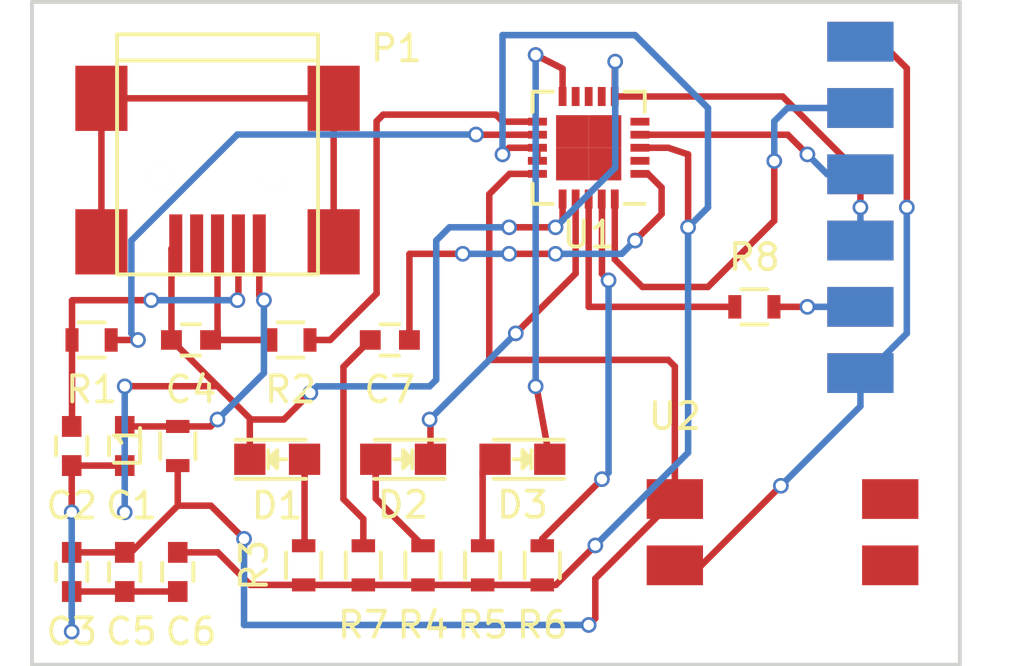
<source format=kicad_pcb>
(kicad_pcb (version 4) (host pcbnew 4.0.0-rc1-stable)

  (general
    (links 48)
    (no_connects 0)
    (area 122.705 73.72757 162.381858 101.675001)
    (thickness 1.6)
    (drawings 4)
    (tracks 209)
    (zones 0)
    (modules 23)
    (nets 34)
  )

  (page A4)
  (layers
    (0 F.Cu signal)
    (31 B.Cu signal)
    (32 B.Adhes user)
    (33 F.Adhes user)
    (34 B.Paste user)
    (35 F.Paste user)
    (36 B.SilkS user)
    (37 F.SilkS user)
    (38 B.Mask user)
    (39 F.Mask user)
    (40 Dwgs.User user)
    (41 Cmts.User user)
    (42 Eco1.User user)
    (43 Eco2.User user)
    (44 Edge.Cuts user)
    (45 Margin user)
    (46 B.CrtYd user)
    (47 F.CrtYd user)
    (48 B.Fab user)
    (49 F.Fab user)
  )

  (setup
    (last_trace_width 0.25)
    (trace_clearance 0.2)
    (zone_clearance 0.508)
    (zone_45_only no)
    (trace_min 0.2)
    (segment_width 0.2)
    (edge_width 0.15)
    (via_size 0.6)
    (via_drill 0.4)
    (via_min_size 0.4)
    (via_min_drill 0.3)
    (uvia_size 0.3)
    (uvia_drill 0.1)
    (uvias_allowed no)
    (uvia_min_size 0.2)
    (uvia_min_drill 0.1)
    (pcb_text_width 0.3)
    (pcb_text_size 1.5 1.5)
    (mod_edge_width 0.15)
    (mod_text_size 1 1)
    (mod_text_width 0.15)
    (pad_size 1.524 1.524)
    (pad_drill 0.762)
    (pad_to_mask_clearance 0.2)
    (aux_axis_origin 0 0)
    (grid_origin 166.37 90.932)
    (visible_elements 7FFEFF7F)
    (pcbplotparams
      (layerselection 0x00030_80000001)
      (usegerberextensions false)
      (excludeedgelayer true)
      (linewidth 0.100000)
      (plotframeref false)
      (viasonmask false)
      (mode 1)
      (useauxorigin false)
      (hpglpennumber 1)
      (hpglpenspeed 20)
      (hpglpendiameter 15)
      (hpglpenoverlay 2)
      (psnegative false)
      (psa4output false)
      (plotreference true)
      (plotvalue true)
      (plotinvisibletext false)
      (padsonsilk false)
      (subtractmaskfromsilk false)
      (outputformat 1)
      (mirror false)
      (drillshape 1)
      (scaleselection 1)
      (outputdirectory ""))
  )

  (net 0 "")
  (net 1 "Net-(C1-Pad1)")
  (net 2 GND)
  (net 3 "Net-(C2-Pad1)")
  (net 4 +5V)
  (net 5 "Net-(C4-Pad1)")
  (net 6 +3V3)
  (net 7 "Net-(C7-Pad1)")
  (net 8 /PROGRAM)
  (net 9 "Net-(D1-Pad2)")
  (net 10 "Net-(D2-Pad2)")
  (net 11 /~RXLED)
  (net 12 "Net-(D3-Pad2)")
  (net 13 /~TXLED)
  (net 14 /POWER_OUT)
  (net 15 "Net-(J1-Pad3)")
  (net 16 "Net-(J1-Pad7)")
  (net 17 "Net-(J1-Pad9)")
  (net 18 "Net-(J1-Pad11)")
  (net 19 "Net-(J1-Pad2)")
  (net 20 /TX)
  (net 21 /RX)
  (net 22 "Net-(J1-Pad10)")
  (net 23 "Net-(P1-Pad4)")
  (net 24 "Net-(P1-Pad6)")
  (net 25 "Net-(R1-Pad1)")
  (net 26 "Net-(R2-Pad1)")
  (net 27 /~SLEEP)
  (net 28 /TXDEN)
  (net 29 "Net-(U1-Pad2)")
  (net 30 "Net-(U1-Pad5)")
  (net 31 "Net-(U1-Pad7)")
  (net 32 "Net-(U1-Pad8)")
  (net 33 "Net-(U1-Pad9)")

  (net_class Default "This is the default net class."
    (clearance 0.2)
    (trace_width 0.25)
    (via_dia 0.6)
    (via_drill 0.4)
    (uvia_dia 0.3)
    (uvia_drill 0.1)
    (add_net +3V3)
    (add_net +5V)
    (add_net /POWER_OUT)
    (add_net /PROGRAM)
    (add_net /RX)
    (add_net /TX)
    (add_net /TXDEN)
    (add_net /~RXLED)
    (add_net /~SLEEP)
    (add_net /~TXLED)
    (add_net GND)
    (add_net "Net-(C1-Pad1)")
    (add_net "Net-(C2-Pad1)")
    (add_net "Net-(C4-Pad1)")
    (add_net "Net-(C7-Pad1)")
    (add_net "Net-(D1-Pad2)")
    (add_net "Net-(D2-Pad2)")
    (add_net "Net-(D3-Pad2)")
    (add_net "Net-(J1-Pad10)")
    (add_net "Net-(J1-Pad11)")
    (add_net "Net-(J1-Pad2)")
    (add_net "Net-(J1-Pad3)")
    (add_net "Net-(J1-Pad7)")
    (add_net "Net-(J1-Pad9)")
    (add_net "Net-(P1-Pad4)")
    (add_net "Net-(P1-Pad6)")
    (add_net "Net-(R1-Pad1)")
    (add_net "Net-(R2-Pad1)")
    (add_net "Net-(U1-Pad2)")
    (add_net "Net-(U1-Pad5)")
    (add_net "Net-(U1-Pad7)")
    (add_net "Net-(U1-Pad8)")
    (add_net "Net-(U1-Pad9)")
  )

  (module Capacitors_SMD:C_0603 (layer F.Cu) (tedit 5415D631) (tstamp 562BE4B7)
    (at 127.762 93.218 270)
    (descr "Capacitor SMD 0603, reflow soldering, AVX (see smccp.pdf)")
    (tags "capacitor 0603")
    (path /5622A96F)
    (attr smd)
    (fp_text reference C1 (at 2.286 -0.254 360) (layer F.SilkS)
      (effects (font (size 1 1) (thickness 0.15)))
    )
    (fp_text value 10nF (at 0 1.9 270) (layer F.Fab)
      (effects (font (size 1 1) (thickness 0.15)))
    )
    (fp_line (start -1.45 -0.75) (end 1.45 -0.75) (layer F.CrtYd) (width 0.05))
    (fp_line (start -1.45 0.75) (end 1.45 0.75) (layer F.CrtYd) (width 0.05))
    (fp_line (start -1.45 -0.75) (end -1.45 0.75) (layer F.CrtYd) (width 0.05))
    (fp_line (start 1.45 -0.75) (end 1.45 0.75) (layer F.CrtYd) (width 0.05))
    (fp_line (start -0.35 -0.6) (end 0.35 -0.6) (layer F.SilkS) (width 0.15))
    (fp_line (start 0.35 0.6) (end -0.35 0.6) (layer F.SilkS) (width 0.15))
    (pad 1 smd rect (at -0.75 0 270) (size 0.8 0.75) (layers F.Cu F.Paste F.Mask)
      (net 1 "Net-(C1-Pad1)"))
    (pad 2 smd rect (at 0.75 0 270) (size 0.8 0.75) (layers F.Cu F.Paste F.Mask)
      (net 2 GND))
    (model Capacitors_SMD.3dshapes/C_0603.wrl
      (at (xyz 0 0 0))
      (scale (xyz 1 1 1))
      (rotate (xyz 0 0 0))
    )
  )

  (module Capacitors_SMD:C_0603 (layer F.Cu) (tedit 5415D631) (tstamp 562BE4C3)
    (at 125.73 93.218 270)
    (descr "Capacitor SMD 0603, reflow soldering, AVX (see smccp.pdf)")
    (tags "capacitor 0603")
    (path /5622A900)
    (attr smd)
    (fp_text reference C2 (at 2.286 0 360) (layer F.SilkS)
      (effects (font (size 1 1) (thickness 0.15)))
    )
    (fp_text value 47pF (at 0 1.9 270) (layer F.Fab)
      (effects (font (size 1 1) (thickness 0.15)))
    )
    (fp_line (start -1.45 -0.75) (end 1.45 -0.75) (layer F.CrtYd) (width 0.05))
    (fp_line (start -1.45 0.75) (end 1.45 0.75) (layer F.CrtYd) (width 0.05))
    (fp_line (start -1.45 -0.75) (end -1.45 0.75) (layer F.CrtYd) (width 0.05))
    (fp_line (start 1.45 -0.75) (end 1.45 0.75) (layer F.CrtYd) (width 0.05))
    (fp_line (start -0.35 -0.6) (end 0.35 -0.6) (layer F.SilkS) (width 0.15))
    (fp_line (start 0.35 0.6) (end -0.35 0.6) (layer F.SilkS) (width 0.15))
    (pad 1 smd rect (at -0.75 0 270) (size 0.8 0.75) (layers F.Cu F.Paste F.Mask)
      (net 3 "Net-(C2-Pad1)"))
    (pad 2 smd rect (at 0.75 0 270) (size 0.8 0.75) (layers F.Cu F.Paste F.Mask)
      (net 2 GND))
    (model Capacitors_SMD.3dshapes/C_0603.wrl
      (at (xyz 0 0 0))
      (scale (xyz 1 1 1))
      (rotate (xyz 0 0 0))
    )
  )

  (module Capacitors_SMD:C_0603 (layer F.Cu) (tedit 5415D631) (tstamp 562BE4CF)
    (at 125.73 98.044 270)
    (descr "Capacitor SMD 0603, reflow soldering, AVX (see smccp.pdf)")
    (tags "capacitor 0603")
    (path /5622A9AE)
    (attr smd)
    (fp_text reference C3 (at 2.286 0 360) (layer F.SilkS)
      (effects (font (size 1 1) (thickness 0.15)))
    )
    (fp_text value 4.7uF (at 0 1.9 270) (layer F.Fab)
      (effects (font (size 1 1) (thickness 0.15)))
    )
    (fp_line (start -1.45 -0.75) (end 1.45 -0.75) (layer F.CrtYd) (width 0.05))
    (fp_line (start -1.45 0.75) (end 1.45 0.75) (layer F.CrtYd) (width 0.05))
    (fp_line (start -1.45 -0.75) (end -1.45 0.75) (layer F.CrtYd) (width 0.05))
    (fp_line (start 1.45 -0.75) (end 1.45 0.75) (layer F.CrtYd) (width 0.05))
    (fp_line (start -0.35 -0.6) (end 0.35 -0.6) (layer F.SilkS) (width 0.15))
    (fp_line (start 0.35 0.6) (end -0.35 0.6) (layer F.SilkS) (width 0.15))
    (pad 1 smd rect (at -0.75 0 270) (size 0.8 0.75) (layers F.Cu F.Paste F.Mask)
      (net 4 +5V))
    (pad 2 smd rect (at 0.75 0 270) (size 0.8 0.75) (layers F.Cu F.Paste F.Mask)
      (net 2 GND))
    (model Capacitors_SMD.3dshapes/C_0603.wrl
      (at (xyz 0 0 0))
      (scale (xyz 1 1 1))
      (rotate (xyz 0 0 0))
    )
  )

  (module Capacitors_SMD:C_0603 (layer F.Cu) (tedit 5415D631) (tstamp 562BE4DB)
    (at 130.302 89.154 180)
    (descr "Capacitor SMD 0603, reflow soldering, AVX (see smccp.pdf)")
    (tags "capacitor 0603")
    (path /5622A8B7)
    (attr smd)
    (fp_text reference C4 (at 0 -1.9 180) (layer F.SilkS)
      (effects (font (size 1 1) (thickness 0.15)))
    )
    (fp_text value 47pF (at 0 1.9 180) (layer F.Fab)
      (effects (font (size 1 1) (thickness 0.15)))
    )
    (fp_line (start -1.45 -0.75) (end 1.45 -0.75) (layer F.CrtYd) (width 0.05))
    (fp_line (start -1.45 0.75) (end 1.45 0.75) (layer F.CrtYd) (width 0.05))
    (fp_line (start -1.45 -0.75) (end -1.45 0.75) (layer F.CrtYd) (width 0.05))
    (fp_line (start 1.45 -0.75) (end 1.45 0.75) (layer F.CrtYd) (width 0.05))
    (fp_line (start -0.35 -0.6) (end 0.35 -0.6) (layer F.SilkS) (width 0.15))
    (fp_line (start 0.35 0.6) (end -0.35 0.6) (layer F.SilkS) (width 0.15))
    (pad 1 smd rect (at -0.75 0 180) (size 0.8 0.75) (layers F.Cu F.Paste F.Mask)
      (net 5 "Net-(C4-Pad1)"))
    (pad 2 smd rect (at 0.75 0 180) (size 0.8 0.75) (layers F.Cu F.Paste F.Mask)
      (net 2 GND))
    (model Capacitors_SMD.3dshapes/C_0603.wrl
      (at (xyz 0 0 0))
      (scale (xyz 1 1 1))
      (rotate (xyz 0 0 0))
    )
  )

  (module Capacitors_SMD:C_0603 (layer F.Cu) (tedit 5415D631) (tstamp 562BE4E7)
    (at 127.762 98.044 270)
    (descr "Capacitor SMD 0603, reflow soldering, AVX (see smccp.pdf)")
    (tags "capacitor 0603")
    (path /5622A923)
    (attr smd)
    (fp_text reference C5 (at 2.286 -0.254 360) (layer F.SilkS)
      (effects (font (size 1 1) (thickness 0.15)))
    )
    (fp_text value 0.1uF (at 0 1.9 270) (layer F.Fab)
      (effects (font (size 1 1) (thickness 0.15)))
    )
    (fp_line (start -1.45 -0.75) (end 1.45 -0.75) (layer F.CrtYd) (width 0.05))
    (fp_line (start -1.45 0.75) (end 1.45 0.75) (layer F.CrtYd) (width 0.05))
    (fp_line (start -1.45 -0.75) (end -1.45 0.75) (layer F.CrtYd) (width 0.05))
    (fp_line (start 1.45 -0.75) (end 1.45 0.75) (layer F.CrtYd) (width 0.05))
    (fp_line (start -0.35 -0.6) (end 0.35 -0.6) (layer F.SilkS) (width 0.15))
    (fp_line (start 0.35 0.6) (end -0.35 0.6) (layer F.SilkS) (width 0.15))
    (pad 1 smd rect (at -0.75 0 270) (size 0.8 0.75) (layers F.Cu F.Paste F.Mask)
      (net 4 +5V))
    (pad 2 smd rect (at 0.75 0 270) (size 0.8 0.75) (layers F.Cu F.Paste F.Mask)
      (net 2 GND))
    (model Capacitors_SMD.3dshapes/C_0603.wrl
      (at (xyz 0 0 0))
      (scale (xyz 1 1 1))
      (rotate (xyz 0 0 0))
    )
  )

  (module Capacitors_SMD:C_0603 (layer F.Cu) (tedit 5415D631) (tstamp 562BE4F3)
    (at 129.794 98.044 270)
    (descr "Capacitor SMD 0603, reflow soldering, AVX (see smccp.pdf)")
    (tags "capacitor 0603")
    (path /5622A948)
    (attr smd)
    (fp_text reference C6 (at 2.286 -0.508 360) (layer F.SilkS)
      (effects (font (size 1 1) (thickness 0.15)))
    )
    (fp_text value 0.1uF (at 0 1.9 270) (layer F.Fab)
      (effects (font (size 1 1) (thickness 0.15)))
    )
    (fp_line (start -1.45 -0.75) (end 1.45 -0.75) (layer F.CrtYd) (width 0.05))
    (fp_line (start -1.45 0.75) (end 1.45 0.75) (layer F.CrtYd) (width 0.05))
    (fp_line (start -1.45 -0.75) (end -1.45 0.75) (layer F.CrtYd) (width 0.05))
    (fp_line (start 1.45 -0.75) (end 1.45 0.75) (layer F.CrtYd) (width 0.05))
    (fp_line (start -0.35 -0.6) (end 0.35 -0.6) (layer F.SilkS) (width 0.15))
    (fp_line (start 0.35 0.6) (end -0.35 0.6) (layer F.SilkS) (width 0.15))
    (pad 1 smd rect (at -0.75 0 270) (size 0.8 0.75) (layers F.Cu F.Paste F.Mask)
      (net 6 +3V3))
    (pad 2 smd rect (at 0.75 0 270) (size 0.8 0.75) (layers F.Cu F.Paste F.Mask)
      (net 2 GND))
    (model Capacitors_SMD.3dshapes/C_0603.wrl
      (at (xyz 0 0 0))
      (scale (xyz 1 1 1))
      (rotate (xyz 0 0 0))
    )
  )

  (module Capacitors_SMD:C_0603 (layer F.Cu) (tedit 5415D631) (tstamp 562BE4FF)
    (at 137.922 89.154 180)
    (descr "Capacitor SMD 0603, reflow soldering, AVX (see smccp.pdf)")
    (tags "capacitor 0603")
    (path /5622A9EB)
    (attr smd)
    (fp_text reference C7 (at 0 -1.9 180) (layer F.SilkS)
      (effects (font (size 1 1) (thickness 0.15)))
    )
    (fp_text value 0.1uF (at 0 1.9 180) (layer F.Fab)
      (effects (font (size 1 1) (thickness 0.15)))
    )
    (fp_line (start -1.45 -0.75) (end 1.45 -0.75) (layer F.CrtYd) (width 0.05))
    (fp_line (start -1.45 0.75) (end 1.45 0.75) (layer F.CrtYd) (width 0.05))
    (fp_line (start -1.45 -0.75) (end -1.45 0.75) (layer F.CrtYd) (width 0.05))
    (fp_line (start 1.45 -0.75) (end 1.45 0.75) (layer F.CrtYd) (width 0.05))
    (fp_line (start -0.35 -0.6) (end 0.35 -0.6) (layer F.SilkS) (width 0.15))
    (fp_line (start 0.35 0.6) (end -0.35 0.6) (layer F.SilkS) (width 0.15))
    (pad 1 smd rect (at -0.75 0 180) (size 0.8 0.75) (layers F.Cu F.Paste F.Mask)
      (net 7 "Net-(C7-Pad1)"))
    (pad 2 smd rect (at 0.75 0 180) (size 0.8 0.75) (layers F.Cu F.Paste F.Mask)
      (net 8 /PROGRAM))
    (model Capacitors_SMD.3dshapes/C_0603.wrl
      (at (xyz 0 0 0))
      (scale (xyz 1 1 1))
      (rotate (xyz 0 0 0))
    )
  )

  (module LEDs:LED-0805 (layer F.Cu) (tedit 55BDE1C2) (tstamp 562BE512)
    (at 133.604 93.726)
    (descr "LED 0805 smd package")
    (tags "LED 0805 SMD")
    (path /5622AF98)
    (attr smd)
    (fp_text reference D1 (at 0 1.778) (layer F.SilkS)
      (effects (font (size 1 1) (thickness 0.15)))
    )
    (fp_text value POW (at 0 1.75) (layer F.Fab)
      (effects (font (size 1 1) (thickness 0.15)))
    )
    (fp_line (start -1.6 0.75) (end 1.1 0.75) (layer F.SilkS) (width 0.15))
    (fp_line (start -1.6 -0.75) (end 1.1 -0.75) (layer F.SilkS) (width 0.15))
    (fp_line (start -0.1 0.15) (end -0.1 -0.1) (layer F.SilkS) (width 0.15))
    (fp_line (start -0.1 -0.1) (end -0.25 0.05) (layer F.SilkS) (width 0.15))
    (fp_line (start -0.35 -0.35) (end -0.35 0.35) (layer F.SilkS) (width 0.15))
    (fp_line (start 0 0) (end 0.35 0) (layer F.SilkS) (width 0.15))
    (fp_line (start -0.35 0) (end 0 -0.35) (layer F.SilkS) (width 0.15))
    (fp_line (start 0 -0.35) (end 0 0.35) (layer F.SilkS) (width 0.15))
    (fp_line (start 0 0.35) (end -0.35 0) (layer F.SilkS) (width 0.15))
    (fp_line (start 1.9 -0.95) (end 1.9 0.95) (layer F.CrtYd) (width 0.05))
    (fp_line (start 1.9 0.95) (end -1.9 0.95) (layer F.CrtYd) (width 0.05))
    (fp_line (start -1.9 0.95) (end -1.9 -0.95) (layer F.CrtYd) (width 0.05))
    (fp_line (start -1.9 -0.95) (end 1.9 -0.95) (layer F.CrtYd) (width 0.05))
    (pad 2 smd rect (at 1.04902 0 180) (size 1.19888 1.19888) (layers F.Cu F.Paste F.Mask)
      (net 9 "Net-(D1-Pad2)"))
    (pad 1 smd rect (at -1.04902 0 180) (size 1.19888 1.19888) (layers F.Cu F.Paste F.Mask)
      (net 2 GND))
    (model LEDs.3dshapes/LED-0805.wrl
      (at (xyz 0 0 0))
      (scale (xyz 1 1 1))
      (rotate (xyz 0 0 0))
    )
  )

  (module LEDs:LED-0805 (layer F.Cu) (tedit 55BDE1C2) (tstamp 562BE525)
    (at 138.43 93.726 180)
    (descr "LED 0805 smd package")
    (tags "LED 0805 SMD")
    (path /5622AFEB)
    (attr smd)
    (fp_text reference D2 (at 0 -1.75 180) (layer F.SilkS)
      (effects (font (size 1 1) (thickness 0.15)))
    )
    (fp_text value RX (at 0 1.75 180) (layer F.Fab)
      (effects (font (size 1 1) (thickness 0.15)))
    )
    (fp_line (start -1.6 0.75) (end 1.1 0.75) (layer F.SilkS) (width 0.15))
    (fp_line (start -1.6 -0.75) (end 1.1 -0.75) (layer F.SilkS) (width 0.15))
    (fp_line (start -0.1 0.15) (end -0.1 -0.1) (layer F.SilkS) (width 0.15))
    (fp_line (start -0.1 -0.1) (end -0.25 0.05) (layer F.SilkS) (width 0.15))
    (fp_line (start -0.35 -0.35) (end -0.35 0.35) (layer F.SilkS) (width 0.15))
    (fp_line (start 0 0) (end 0.35 0) (layer F.SilkS) (width 0.15))
    (fp_line (start -0.35 0) (end 0 -0.35) (layer F.SilkS) (width 0.15))
    (fp_line (start 0 -0.35) (end 0 0.35) (layer F.SilkS) (width 0.15))
    (fp_line (start 0 0.35) (end -0.35 0) (layer F.SilkS) (width 0.15))
    (fp_line (start 1.9 -0.95) (end 1.9 0.95) (layer F.CrtYd) (width 0.05))
    (fp_line (start 1.9 0.95) (end -1.9 0.95) (layer F.CrtYd) (width 0.05))
    (fp_line (start -1.9 0.95) (end -1.9 -0.95) (layer F.CrtYd) (width 0.05))
    (fp_line (start -1.9 -0.95) (end 1.9 -0.95) (layer F.CrtYd) (width 0.05))
    (pad 2 smd rect (at 1.04902 0) (size 1.19888 1.19888) (layers F.Cu F.Paste F.Mask)
      (net 10 "Net-(D2-Pad2)"))
    (pad 1 smd rect (at -1.04902 0) (size 1.19888 1.19888) (layers F.Cu F.Paste F.Mask)
      (net 11 /~RXLED))
    (model LEDs.3dshapes/LED-0805.wrl
      (at (xyz 0 0 0))
      (scale (xyz 1 1 1))
      (rotate (xyz 0 0 0))
    )
  )

  (module LEDs:LED-0805 (layer F.Cu) (tedit 55BDE1C2) (tstamp 562BE538)
    (at 143.002 93.726 180)
    (descr "LED 0805 smd package")
    (tags "LED 0805 SMD")
    (path /5622B06E)
    (attr smd)
    (fp_text reference D3 (at 0 -1.75 180) (layer F.SilkS)
      (effects (font (size 1 1) (thickness 0.15)))
    )
    (fp_text value TX (at 0 1.75 180) (layer F.Fab)
      (effects (font (size 1 1) (thickness 0.15)))
    )
    (fp_line (start -1.6 0.75) (end 1.1 0.75) (layer F.SilkS) (width 0.15))
    (fp_line (start -1.6 -0.75) (end 1.1 -0.75) (layer F.SilkS) (width 0.15))
    (fp_line (start -0.1 0.15) (end -0.1 -0.1) (layer F.SilkS) (width 0.15))
    (fp_line (start -0.1 -0.1) (end -0.25 0.05) (layer F.SilkS) (width 0.15))
    (fp_line (start -0.35 -0.35) (end -0.35 0.35) (layer F.SilkS) (width 0.15))
    (fp_line (start 0 0) (end 0.35 0) (layer F.SilkS) (width 0.15))
    (fp_line (start -0.35 0) (end 0 -0.35) (layer F.SilkS) (width 0.15))
    (fp_line (start 0 -0.35) (end 0 0.35) (layer F.SilkS) (width 0.15))
    (fp_line (start 0 0.35) (end -0.35 0) (layer F.SilkS) (width 0.15))
    (fp_line (start 1.9 -0.95) (end 1.9 0.95) (layer F.CrtYd) (width 0.05))
    (fp_line (start 1.9 0.95) (end -1.9 0.95) (layer F.CrtYd) (width 0.05))
    (fp_line (start -1.9 0.95) (end -1.9 -0.95) (layer F.CrtYd) (width 0.05))
    (fp_line (start -1.9 -0.95) (end 1.9 -0.95) (layer F.CrtYd) (width 0.05))
    (pad 2 smd rect (at 1.04902 0) (size 1.19888 1.19888) (layers F.Cu F.Paste F.Mask)
      (net 12 "Net-(D3-Pad2)"))
    (pad 1 smd rect (at -1.04902 0) (size 1.19888 1.19888) (layers F.Cu F.Paste F.Mask)
      (net 13 /~TXLED))
    (model LEDs.3dshapes/LED-0805.wrl
      (at (xyz 0 0 0))
      (scale (xyz 1 1 1))
      (rotate (xyz 0 0 0))
    )
  )

  (module open_robotics:modular8_rev3_edge (layer F.Cu) (tedit 560B6D0D) (tstamp 562BE548)
    (at 155.956 82.804 270)
    (path /5629AC49)
    (fp_text reference J1 (at -3.81 -3.81 270) (layer F.SilkS) hide
      (effects (font (size 1 1) (thickness 0.15)))
    )
    (fp_text value modular8_rev3_comms_out (at 1.27 -2.54 270) (layer F.Fab) hide
      (effects (font (size 1 1) (thickness 0.15)))
    )
    (pad 1 smd rect (at -5.08 0 270) (size 1.524 2.54) (layers F.Cu F.Paste F.Mask)
      (net 14 /POWER_OUT))
    (pad 3 smd rect (at -2.54 0 270) (size 1.524 2.54) (layers F.Cu F.Paste F.Mask)
      (net 15 "Net-(J1-Pad3)"))
    (pad 5 smd rect (at 0 0 270) (size 1.524 2.54) (layers F.Cu F.Paste F.Mask)
      (net 2 GND))
    (pad 7 smd rect (at 2.54 0 270) (size 1.524 2.54) (layers F.Cu F.Paste F.Mask)
      (net 16 "Net-(J1-Pad7)"))
    (pad 9 smd rect (at 5.08 0 270) (size 1.524 2.54) (layers F.Cu F.Paste F.Mask)
      (net 17 "Net-(J1-Pad9)"))
    (pad 11 smd rect (at 7.62 0 270) (size 1.524 2.54) (layers F.Cu F.Paste F.Mask)
      (net 18 "Net-(J1-Pad11)"))
    (pad 2 smd rect (at -5.08 0 270) (size 1.524 2.54) (layers B.Cu F.Paste F.Mask)
      (net 19 "Net-(J1-Pad2)"))
    (pad 4 smd rect (at -2.54 0 270) (size 1.524 2.54) (layers B.Cu F.Paste F.Mask)
      (net 20 /TX))
    (pad 6 smd rect (at 0 0 270) (size 1.524 2.54) (layers B.Cu F.Paste F.Mask)
      (net 21 /RX))
    (pad 8 smd rect (at 2.54 0 270) (size 1.524 2.54) (layers B.Cu F.Paste F.Mask)
      (net 2 GND))
    (pad 10 smd rect (at 5.08 0 270) (size 1.524 2.54) (layers B.Cu F.Paste F.Mask)
      (net 22 "Net-(J1-Pad10)"))
    (pad 12 smd rect (at 7.62 0 270) (size 1.524 2.54) (layers B.Cu F.Paste F.Mask)
      (net 14 /POWER_OUT))
  )

  (module Resistors_SMD:R_0603 (layer F.Cu) (tedit 5415CC62) (tstamp 562BE554)
    (at 129.794 93.218 90)
    (descr "Resistor SMD 0603, reflow soldering, Vishay (see dcrcw.pdf)")
    (tags "resistor 0603")
    (path /5622AEDE)
    (attr smd)
    (fp_text reference L1 (at 0 -1.9 90) (layer F.SilkS)
      (effects (font (size 1 1) (thickness 0.15)))
    )
    (fp_text value "FERRITE BEAD" (at 0 1.9 90) (layer F.Fab)
      (effects (font (size 1 1) (thickness 0.15)))
    )
    (fp_line (start -1.3 -0.8) (end 1.3 -0.8) (layer F.CrtYd) (width 0.05))
    (fp_line (start -1.3 0.8) (end 1.3 0.8) (layer F.CrtYd) (width 0.05))
    (fp_line (start -1.3 -0.8) (end -1.3 0.8) (layer F.CrtYd) (width 0.05))
    (fp_line (start 1.3 -0.8) (end 1.3 0.8) (layer F.CrtYd) (width 0.05))
    (fp_line (start 0.5 0.675) (end -0.5 0.675) (layer F.SilkS) (width 0.15))
    (fp_line (start -0.5 -0.675) (end 0.5 -0.675) (layer F.SilkS) (width 0.15))
    (pad 1 smd rect (at -0.75 0 90) (size 0.5 0.9) (layers F.Cu F.Paste F.Mask)
      (net 4 +5V))
    (pad 2 smd rect (at 0.75 0 90) (size 0.5 0.9) (layers F.Cu F.Paste F.Mask)
      (net 1 "Net-(C1-Pad1)"))
    (model Resistors_SMD.3dshapes/R_0603.wrl
      (at (xyz 0 0 0))
      (scale (xyz 1 1 1))
      (rotate (xyz 0 0 0))
    )
  )

  (module Connect:USB_Mini-B (layer F.Cu) (tedit 5543E571) (tstamp 562BE56C)
    (at 131.318 82.042 270)
    (descr "USB Mini-B 5-pin SMD connector")
    (tags "USB USB_B USB_Mini connector")
    (path /5622A78F)
    (attr smd)
    (fp_text reference P1 (at -4.064 -6.858 360) (layer F.SilkS)
      (effects (font (size 1 1) (thickness 0.15)))
    )
    (fp_text value USB_OTG (at 0 -7.0993 270) (layer F.Fab)
      (effects (font (size 1 1) (thickness 0.15)))
    )
    (fp_line (start -4.85 -5.7) (end 4.85 -5.7) (layer F.CrtYd) (width 0.05))
    (fp_line (start 4.85 -5.7) (end 4.85 5.7) (layer F.CrtYd) (width 0.05))
    (fp_line (start 4.85 5.7) (end -4.85 5.7) (layer F.CrtYd) (width 0.05))
    (fp_line (start -4.85 5.7) (end -4.85 -5.7) (layer F.CrtYd) (width 0.05))
    (fp_line (start -3.59918 -3.85064) (end -3.59918 3.85064) (layer F.SilkS) (width 0.15))
    (fp_line (start -4.59994 -3.85064) (end -4.59994 3.85064) (layer F.SilkS) (width 0.15))
    (fp_line (start -4.59994 3.85064) (end 4.59994 3.85064) (layer F.SilkS) (width 0.15))
    (fp_line (start 4.59994 3.85064) (end 4.59994 -3.85064) (layer F.SilkS) (width 0.15))
    (fp_line (start 4.59994 -3.85064) (end -4.59994 -3.85064) (layer F.SilkS) (width 0.15))
    (pad 1 smd rect (at 3.44932 -1.6002 270) (size 2.30124 0.50038) (layers F.Cu F.Paste F.Mask)
      (net 1 "Net-(C1-Pad1)"))
    (pad 2 smd rect (at 3.44932 -0.8001 270) (size 2.30124 0.50038) (layers F.Cu F.Paste F.Mask)
      (net 3 "Net-(C2-Pad1)"))
    (pad 3 smd rect (at 3.44932 0 270) (size 2.30124 0.50038) (layers F.Cu F.Paste F.Mask)
      (net 5 "Net-(C4-Pad1)"))
    (pad 4 smd rect (at 3.44932 0.8001 270) (size 2.30124 0.50038) (layers F.Cu F.Paste F.Mask)
      (net 23 "Net-(P1-Pad4)"))
    (pad 5 smd rect (at 3.44932 1.6002 270) (size 2.30124 0.50038) (layers F.Cu F.Paste F.Mask)
      (net 2 GND))
    (pad 6 smd rect (at 3.35026 -4.45008 270) (size 2.49936 1.99898) (layers F.Cu F.Paste F.Mask)
      (net 24 "Net-(P1-Pad6)"))
    (pad 6 smd rect (at -2.14884 -4.45008 270) (size 2.49936 1.99898) (layers F.Cu F.Paste F.Mask)
      (net 24 "Net-(P1-Pad6)"))
    (pad 6 smd rect (at 3.35026 4.45008 270) (size 2.49936 1.99898) (layers F.Cu F.Paste F.Mask)
      (net 24 "Net-(P1-Pad6)"))
    (pad 6 smd rect (at -2.14884 4.45008 270) (size 2.49936 1.99898) (layers F.Cu F.Paste F.Mask)
      (net 24 "Net-(P1-Pad6)"))
    (pad "" np_thru_hole circle (at 0.8509 -2.19964 270) (size 0.89916 0.89916) (drill 0.89916) (layers *.Cu *.Mask F.SilkS))
    (pad "" np_thru_hole circle (at 0.8509 2.19964 270) (size 0.89916 0.89916) (drill 0.89916) (layers *.Cu *.Mask F.SilkS))
  )

  (module Resistors_SMD:R_0603 (layer F.Cu) (tedit 5415CC62) (tstamp 562BE578)
    (at 126.492 89.154 180)
    (descr "Resistor SMD 0603, reflow soldering, Vishay (see dcrcw.pdf)")
    (tags "resistor 0603")
    (path /5622A746)
    (attr smd)
    (fp_text reference R1 (at 0 -1.9 180) (layer F.SilkS)
      (effects (font (size 1 1) (thickness 0.15)))
    )
    (fp_text value 27 (at 0 1.9 180) (layer F.Fab)
      (effects (font (size 1 1) (thickness 0.15)))
    )
    (fp_line (start -1.3 -0.8) (end 1.3 -0.8) (layer F.CrtYd) (width 0.05))
    (fp_line (start -1.3 0.8) (end 1.3 0.8) (layer F.CrtYd) (width 0.05))
    (fp_line (start -1.3 -0.8) (end -1.3 0.8) (layer F.CrtYd) (width 0.05))
    (fp_line (start 1.3 -0.8) (end 1.3 0.8) (layer F.CrtYd) (width 0.05))
    (fp_line (start 0.5 0.675) (end -0.5 0.675) (layer F.SilkS) (width 0.15))
    (fp_line (start -0.5 -0.675) (end 0.5 -0.675) (layer F.SilkS) (width 0.15))
    (pad 1 smd rect (at -0.75 0 180) (size 0.5 0.9) (layers F.Cu F.Paste F.Mask)
      (net 25 "Net-(R1-Pad1)"))
    (pad 2 smd rect (at 0.75 0 180) (size 0.5 0.9) (layers F.Cu F.Paste F.Mask)
      (net 3 "Net-(C2-Pad1)"))
    (model Resistors_SMD.3dshapes/R_0603.wrl
      (at (xyz 0 0 0))
      (scale (xyz 1 1 1))
      (rotate (xyz 0 0 0))
    )
  )

  (module Resistors_SMD:R_0603 (layer F.Cu) (tedit 5415CC62) (tstamp 562BE584)
    (at 134.112 89.154 180)
    (descr "Resistor SMD 0603, reflow soldering, Vishay (see dcrcw.pdf)")
    (tags "resistor 0603")
    (path /5622A6B9)
    (attr smd)
    (fp_text reference R2 (at 0 -1.9 180) (layer F.SilkS)
      (effects (font (size 1 1) (thickness 0.15)))
    )
    (fp_text value 27 (at 0 1.9 180) (layer F.Fab)
      (effects (font (size 1 1) (thickness 0.15)))
    )
    (fp_line (start -1.3 -0.8) (end 1.3 -0.8) (layer F.CrtYd) (width 0.05))
    (fp_line (start -1.3 0.8) (end 1.3 0.8) (layer F.CrtYd) (width 0.05))
    (fp_line (start -1.3 -0.8) (end -1.3 0.8) (layer F.CrtYd) (width 0.05))
    (fp_line (start 1.3 -0.8) (end 1.3 0.8) (layer F.CrtYd) (width 0.05))
    (fp_line (start 0.5 0.675) (end -0.5 0.675) (layer F.SilkS) (width 0.15))
    (fp_line (start -0.5 -0.675) (end 0.5 -0.675) (layer F.SilkS) (width 0.15))
    (pad 1 smd rect (at -0.75 0 180) (size 0.5 0.9) (layers F.Cu F.Paste F.Mask)
      (net 26 "Net-(R2-Pad1)"))
    (pad 2 smd rect (at 0.75 0 180) (size 0.5 0.9) (layers F.Cu F.Paste F.Mask)
      (net 5 "Net-(C4-Pad1)"))
    (model Resistors_SMD.3dshapes/R_0603.wrl
      (at (xyz 0 0 0))
      (scale (xyz 1 1 1))
      (rotate (xyz 0 0 0))
    )
  )

  (module Resistors_SMD:R_0603 (layer F.Cu) (tedit 5415CC62) (tstamp 562BE590)
    (at 134.62 97.79 90)
    (descr "Resistor SMD 0603, reflow soldering, Vishay (see dcrcw.pdf)")
    (tags "resistor 0603")
    (path /5622B3DD)
    (attr smd)
    (fp_text reference R3 (at 0 -1.9 90) (layer F.SilkS)
      (effects (font (size 1 1) (thickness 0.15)))
    )
    (fp_text value 680 (at 0 1.9 90) (layer F.Fab)
      (effects (font (size 1 1) (thickness 0.15)))
    )
    (fp_line (start -1.3 -0.8) (end 1.3 -0.8) (layer F.CrtYd) (width 0.05))
    (fp_line (start -1.3 0.8) (end 1.3 0.8) (layer F.CrtYd) (width 0.05))
    (fp_line (start -1.3 -0.8) (end -1.3 0.8) (layer F.CrtYd) (width 0.05))
    (fp_line (start 1.3 -0.8) (end 1.3 0.8) (layer F.CrtYd) (width 0.05))
    (fp_line (start 0.5 0.675) (end -0.5 0.675) (layer F.SilkS) (width 0.15))
    (fp_line (start -0.5 -0.675) (end 0.5 -0.675) (layer F.SilkS) (width 0.15))
    (pad 1 smd rect (at -0.75 0 90) (size 0.5 0.9) (layers F.Cu F.Paste F.Mask)
      (net 6 +3V3))
    (pad 2 smd rect (at 0.75 0 90) (size 0.5 0.9) (layers F.Cu F.Paste F.Mask)
      (net 9 "Net-(D1-Pad2)"))
    (model Resistors_SMD.3dshapes/R_0603.wrl
      (at (xyz 0 0 0))
      (scale (xyz 1 1 1))
      (rotate (xyz 0 0 0))
    )
  )

  (module Resistors_SMD:R_0603 (layer F.Cu) (tedit 5415CC62) (tstamp 562BE59C)
    (at 139.192 97.79 90)
    (descr "Resistor SMD 0603, reflow soldering, Vishay (see dcrcw.pdf)")
    (tags "resistor 0603")
    (path /5622B3E3)
    (attr smd)
    (fp_text reference R4 (at -2.286 0 180) (layer F.SilkS)
      (effects (font (size 1 1) (thickness 0.15)))
    )
    (fp_text value 680 (at 0 1.9 90) (layer F.Fab)
      (effects (font (size 1 1) (thickness 0.15)))
    )
    (fp_line (start -1.3 -0.8) (end 1.3 -0.8) (layer F.CrtYd) (width 0.05))
    (fp_line (start -1.3 0.8) (end 1.3 0.8) (layer F.CrtYd) (width 0.05))
    (fp_line (start -1.3 -0.8) (end -1.3 0.8) (layer F.CrtYd) (width 0.05))
    (fp_line (start 1.3 -0.8) (end 1.3 0.8) (layer F.CrtYd) (width 0.05))
    (fp_line (start 0.5 0.675) (end -0.5 0.675) (layer F.SilkS) (width 0.15))
    (fp_line (start -0.5 -0.675) (end 0.5 -0.675) (layer F.SilkS) (width 0.15))
    (pad 1 smd rect (at -0.75 0 90) (size 0.5 0.9) (layers F.Cu F.Paste F.Mask)
      (net 6 +3V3))
    (pad 2 smd rect (at 0.75 0 90) (size 0.5 0.9) (layers F.Cu F.Paste F.Mask)
      (net 10 "Net-(D2-Pad2)"))
    (model Resistors_SMD.3dshapes/R_0603.wrl
      (at (xyz 0 0 0))
      (scale (xyz 1 1 1))
      (rotate (xyz 0 0 0))
    )
  )

  (module Resistors_SMD:R_0603 (layer F.Cu) (tedit 5415CC62) (tstamp 562BE5A8)
    (at 141.478 97.79 90)
    (descr "Resistor SMD 0603, reflow soldering, Vishay (see dcrcw.pdf)")
    (tags "resistor 0603")
    (path /5622B2D3)
    (attr smd)
    (fp_text reference R5 (at -2.286 0 180) (layer F.SilkS)
      (effects (font (size 1 1) (thickness 0.15)))
    )
    (fp_text value 680 (at 0 1.9 90) (layer F.Fab)
      (effects (font (size 1 1) (thickness 0.15)))
    )
    (fp_line (start -1.3 -0.8) (end 1.3 -0.8) (layer F.CrtYd) (width 0.05))
    (fp_line (start -1.3 0.8) (end 1.3 0.8) (layer F.CrtYd) (width 0.05))
    (fp_line (start -1.3 -0.8) (end -1.3 0.8) (layer F.CrtYd) (width 0.05))
    (fp_line (start 1.3 -0.8) (end 1.3 0.8) (layer F.CrtYd) (width 0.05))
    (fp_line (start 0.5 0.675) (end -0.5 0.675) (layer F.SilkS) (width 0.15))
    (fp_line (start -0.5 -0.675) (end 0.5 -0.675) (layer F.SilkS) (width 0.15))
    (pad 1 smd rect (at -0.75 0 90) (size 0.5 0.9) (layers F.Cu F.Paste F.Mask)
      (net 6 +3V3))
    (pad 2 smd rect (at 0.75 0 90) (size 0.5 0.9) (layers F.Cu F.Paste F.Mask)
      (net 12 "Net-(D3-Pad2)"))
    (model Resistors_SMD.3dshapes/R_0603.wrl
      (at (xyz 0 0 0))
      (scale (xyz 1 1 1))
      (rotate (xyz 0 0 0))
    )
  )

  (module Resistors_SMD:R_0603 (layer F.Cu) (tedit 5415CC62) (tstamp 562BE5B4)
    (at 143.764 97.79 90)
    (descr "Resistor SMD 0603, reflow soldering, Vishay (see dcrcw.pdf)")
    (tags "resistor 0603")
    (path /5622B2D9)
    (attr smd)
    (fp_text reference R6 (at -2.286 0 180) (layer F.SilkS)
      (effects (font (size 1 1) (thickness 0.15)))
    )
    (fp_text value 10k (at 0 1.9 90) (layer F.Fab)
      (effects (font (size 1 1) (thickness 0.15)))
    )
    (fp_line (start -1.3 -0.8) (end 1.3 -0.8) (layer F.CrtYd) (width 0.05))
    (fp_line (start -1.3 0.8) (end 1.3 0.8) (layer F.CrtYd) (width 0.05))
    (fp_line (start -1.3 -0.8) (end -1.3 0.8) (layer F.CrtYd) (width 0.05))
    (fp_line (start 1.3 -0.8) (end 1.3 0.8) (layer F.CrtYd) (width 0.05))
    (fp_line (start 0.5 0.675) (end -0.5 0.675) (layer F.SilkS) (width 0.15))
    (fp_line (start -0.5 -0.675) (end 0.5 -0.675) (layer F.SilkS) (width 0.15))
    (pad 1 smd rect (at -0.75 0 90) (size 0.5 0.9) (layers F.Cu F.Paste F.Mask)
      (net 6 +3V3))
    (pad 2 smd rect (at 0.75 0 90) (size 0.5 0.9) (layers F.Cu F.Paste F.Mask)
      (net 27 /~SLEEP))
    (model Resistors_SMD.3dshapes/R_0603.wrl
      (at (xyz 0 0 0))
      (scale (xyz 1 1 1))
      (rotate (xyz 0 0 0))
    )
  )

  (module Resistors_SMD:R_0603 (layer F.Cu) (tedit 5415CC62) (tstamp 562BE5C0)
    (at 136.906 97.79 270)
    (descr "Resistor SMD 0603, reflow soldering, Vishay (see dcrcw.pdf)")
    (tags "resistor 0603")
    (path /56235B1B)
    (attr smd)
    (fp_text reference R7 (at 2.286 0 360) (layer F.SilkS)
      (effects (font (size 1 1) (thickness 0.15)))
    )
    (fp_text value 10k (at 0 1.9 270) (layer F.Fab)
      (effects (font (size 1 1) (thickness 0.15)))
    )
    (fp_line (start -1.3 -0.8) (end 1.3 -0.8) (layer F.CrtYd) (width 0.05))
    (fp_line (start -1.3 0.8) (end 1.3 0.8) (layer F.CrtYd) (width 0.05))
    (fp_line (start -1.3 -0.8) (end -1.3 0.8) (layer F.CrtYd) (width 0.05))
    (fp_line (start 1.3 -0.8) (end 1.3 0.8) (layer F.CrtYd) (width 0.05))
    (fp_line (start 0.5 0.675) (end -0.5 0.675) (layer F.SilkS) (width 0.15))
    (fp_line (start -0.5 -0.675) (end 0.5 -0.675) (layer F.SilkS) (width 0.15))
    (pad 1 smd rect (at -0.75 0 270) (size 0.5 0.9) (layers F.Cu F.Paste F.Mask)
      (net 8 /PROGRAM))
    (pad 2 smd rect (at 0.75 0 270) (size 0.5 0.9) (layers F.Cu F.Paste F.Mask)
      (net 6 +3V3))
    (model Resistors_SMD.3dshapes/R_0603.wrl
      (at (xyz 0 0 0))
      (scale (xyz 1 1 1))
      (rotate (xyz 0 0 0))
    )
  )

  (module Resistors_SMD:R_0603 (layer F.Cu) (tedit 5415CC62) (tstamp 562BE5CC)
    (at 151.892 87.884)
    (descr "Resistor SMD 0603, reflow soldering, Vishay (see dcrcw.pdf)")
    (tags "resistor 0603")
    (path /5629EF0A)
    (attr smd)
    (fp_text reference R8 (at 0 -1.9) (layer F.SilkS)
      (effects (font (size 1 1) (thickness 0.15)))
    )
    (fp_text value 10k (at 0 1.9) (layer F.Fab)
      (effects (font (size 1 1) (thickness 0.15)))
    )
    (fp_line (start -1.3 -0.8) (end 1.3 -0.8) (layer F.CrtYd) (width 0.05))
    (fp_line (start -1.3 0.8) (end 1.3 0.8) (layer F.CrtYd) (width 0.05))
    (fp_line (start -1.3 -0.8) (end -1.3 0.8) (layer F.CrtYd) (width 0.05))
    (fp_line (start 1.3 -0.8) (end 1.3 0.8) (layer F.CrtYd) (width 0.05))
    (fp_line (start 0.5 0.675) (end -0.5 0.675) (layer F.SilkS) (width 0.15))
    (fp_line (start -0.5 -0.675) (end 0.5 -0.675) (layer F.SilkS) (width 0.15))
    (pad 1 smd rect (at -0.75 0) (size 0.5 0.9) (layers F.Cu F.Paste F.Mask)
      (net 28 /TXDEN))
    (pad 2 smd rect (at 0.75 0) (size 0.5 0.9) (layers F.Cu F.Paste F.Mask)
      (net 22 "Net-(J1-Pad10)"))
    (model Resistors_SMD.3dshapes/R_0603.wrl
      (at (xyz 0 0 0))
      (scale (xyz 1 1 1))
      (rotate (xyz 0 0 0))
    )
  )

  (module Housings_DFN_QFN:QFN-20-1EP_4x4mm_Pitch0.5mm (layer F.Cu) (tedit 54130A77) (tstamp 562BE5F3)
    (at 145.542 81.788 180)
    (descr "20-Lead Plastic Quad Flat, No Lead Package (ML) - 4x4x0.9 mm Body [QFN]; (see Microchip Packaging Specification 00000049BS.pdf)")
    (tags "QFN 0.5")
    (path /5622A3C5)
    (attr smd)
    (fp_text reference U1 (at 0 -3.33 180) (layer F.SilkS)
      (effects (font (size 1 1) (thickness 0.15)))
    )
    (fp_text value FT231X (at 0 3.33 180) (layer F.Fab)
      (effects (font (size 1 1) (thickness 0.15)))
    )
    (fp_line (start -2.6 -2.6) (end -2.6 2.6) (layer F.CrtYd) (width 0.05))
    (fp_line (start 2.6 -2.6) (end 2.6 2.6) (layer F.CrtYd) (width 0.05))
    (fp_line (start -2.6 -2.6) (end 2.6 -2.6) (layer F.CrtYd) (width 0.05))
    (fp_line (start -2.6 2.6) (end 2.6 2.6) (layer F.CrtYd) (width 0.05))
    (fp_line (start 2.15 -2.15) (end 2.15 -1.375) (layer F.SilkS) (width 0.15))
    (fp_line (start -2.15 2.15) (end -2.15 1.375) (layer F.SilkS) (width 0.15))
    (fp_line (start 2.15 2.15) (end 2.15 1.375) (layer F.SilkS) (width 0.15))
    (fp_line (start -2.15 -2.15) (end -1.375 -2.15) (layer F.SilkS) (width 0.15))
    (fp_line (start -2.15 2.15) (end -1.375 2.15) (layer F.SilkS) (width 0.15))
    (fp_line (start 2.15 2.15) (end 1.375 2.15) (layer F.SilkS) (width 0.15))
    (fp_line (start 2.15 -2.15) (end 1.375 -2.15) (layer F.SilkS) (width 0.15))
    (pad 1 smd rect (at -1.965 -1 180) (size 0.73 0.3) (layers F.Cu F.Paste F.Mask)
      (net 7 "Net-(C7-Pad1)"))
    (pad 2 smd rect (at -1.965 -0.5 180) (size 0.73 0.3) (layers F.Cu F.Paste F.Mask)
      (net 29 "Net-(U1-Pad2)"))
    (pad 3 smd rect (at -1.965 0 180) (size 0.73 0.3) (layers F.Cu F.Paste F.Mask)
      (net 6 +3V3))
    (pad 4 smd rect (at -1.965 0.5 180) (size 0.73 0.3) (layers F.Cu F.Paste F.Mask)
      (net 21 /RX))
    (pad 5 smd rect (at -1.965 1 180) (size 0.73 0.3) (layers F.Cu F.Paste F.Mask)
      (net 30 "Net-(U1-Pad5)"))
    (pad 6 smd rect (at -1 1.965 270) (size 0.73 0.3) (layers F.Cu F.Paste F.Mask)
      (net 2 GND))
    (pad 7 smd rect (at -0.5 1.965 270) (size 0.73 0.3) (layers F.Cu F.Paste F.Mask)
      (net 31 "Net-(U1-Pad7)"))
    (pad 8 smd rect (at 0 1.965 270) (size 0.73 0.3) (layers F.Cu F.Paste F.Mask)
      (net 32 "Net-(U1-Pad8)"))
    (pad 9 smd rect (at 0.5 1.965 270) (size 0.73 0.3) (layers F.Cu F.Paste F.Mask)
      (net 33 "Net-(U1-Pad9)"))
    (pad 10 smd rect (at 1 1.965 270) (size 0.73 0.3) (layers F.Cu F.Paste F.Mask)
      (net 13 /~TXLED))
    (pad 11 smd rect (at 1.965 1 180) (size 0.73 0.3) (layers F.Cu F.Paste F.Mask)
      (net 26 "Net-(R2-Pad1)"))
    (pad 12 smd rect (at 1.965 0.5 180) (size 0.73 0.3) (layers F.Cu F.Paste F.Mask)
      (net 25 "Net-(R1-Pad1)"))
    (pad 13 smd rect (at 1.965 0 180) (size 0.73 0.3) (layers F.Cu F.Paste F.Mask)
      (net 6 +3V3))
    (pad 14 smd rect (at 1.965 -0.5 180) (size 0.73 0.3) (layers F.Cu F.Paste F.Mask)
      (net 6 +3V3))
    (pad 15 smd rect (at 1.965 -1 180) (size 0.73 0.3) (layers F.Cu F.Paste F.Mask)
      (net 4 +5V))
    (pad 16 smd rect (at 1 -1.965 270) (size 0.73 0.3) (layers F.Cu F.Paste F.Mask)
      (net 2 GND))
    (pad 17 smd rect (at 0.5 -1.965 270) (size 0.73 0.3) (layers F.Cu F.Paste F.Mask)
      (net 11 /~RXLED))
    (pad 18 smd rect (at 0 -1.965 270) (size 0.73 0.3) (layers F.Cu F.Paste F.Mask)
      (net 28 /TXDEN))
    (pad 19 smd rect (at -0.5 -1.965 270) (size 0.73 0.3) (layers F.Cu F.Paste F.Mask)
      (net 27 /~SLEEP))
    (pad 20 smd rect (at -1 -1.965 270) (size 0.73 0.3) (layers F.Cu F.Paste F.Mask)
      (net 20 /TX))
    (pad 21 smd rect (at 0.625 0.625 180) (size 1.25 1.25) (layers F.Cu F.Paste F.Mask)
      (solder_paste_margin_ratio -0.2))
    (pad 21 smd rect (at 0.625 -0.625 180) (size 1.25 1.25) (layers F.Cu F.Paste F.Mask)
      (solder_paste_margin_ratio -0.2))
    (pad 21 smd rect (at -0.625 0.625 180) (size 1.25 1.25) (layers F.Cu F.Paste F.Mask)
      (solder_paste_margin_ratio -0.2))
    (pad 21 smd rect (at -0.625 -0.625 180) (size 1.25 1.25) (layers F.Cu F.Paste F.Mask)
      (solder_paste_margin_ratio -0.2))
    (model Housings_DFN_QFN.3dshapes/QFN-20-1EP_4x4mm_Pitch0.5mm.wrl
      (at (xyz 0 0 0))
      (scale (xyz 1 1 1))
      (rotate (xyz 0 0 0))
    )
  )

  (module open_robotics:DIPSWITCH_SMT_ALCO_2CCT (layer F.Cu) (tedit 5629BD53) (tstamp 562BE5FF)
    (at 148.844 95.25)
    (path /5629AB3C)
    (fp_text reference U2 (at 0 -3.175) (layer F.SilkS)
      (effects (font (size 1 1) (thickness 0.15)))
    )
    (fp_text value TE_1825058-1 (at 7.62 -4.445) (layer F.Fab)
      (effects (font (size 1 1) (thickness 0.15)))
    )
    (fp_line (start 10.16 -2.54) (end -1.905 -2.54) (layer F.CrtYd) (width 0.15))
    (fp_line (start 10.16 5.08) (end 10.16 -2.54) (layer F.CrtYd) (width 0.15))
    (fp_line (start -1.905 5.08) (end 10.16 5.08) (layer F.CrtYd) (width 0.15))
    (fp_line (start -1.905 -2.54) (end -1.905 5.08) (layer F.CrtYd) (width 0.15))
    (pad 1 smd rect (at 0 0) (size 2.159 1.524) (layers F.Cu F.Paste F.Mask)
      (net 4 +5V))
    (pad 2 smd rect (at 0 2.54) (size 2.159 1.524) (layers F.Cu F.Paste F.Mask)
      (net 14 /POWER_OUT))
    (pad 3 smd rect (at 8.255 2.54) (size 2.159 1.524) (layers F.Cu F.Paste F.Mask))
    (pad 4 smd rect (at 8.255 0) (size 2.159 1.524) (layers F.Cu F.Paste F.Mask))
  )

  (gr_line (start 124.206 101.6) (end 159.766 101.6) (angle 90) (layer Edge.Cuts) (width 0.15))
  (gr_line (start 124.206 76.2) (end 159.766 76.2) (angle 90) (layer Edge.Cuts) (width 0.15))
  (gr_line (start 124.206 101.6) (end 124.206 76.2) (angle 90) (layer Edge.Cuts) (width 0.15))
  (gr_line (start 159.766 101.6) (end 159.766 76.2) (angle 90) (layer Edge.Cuts) (width 0.15))

  (segment (start 129.794 92.468) (end 131.052 92.468) (width 0.25) (layer F.Cu) (net 1) (status 10))
  (segment (start 132.9182 87.4522) (end 132.9182 85.49132) (width 0.25) (layer F.Cu) (net 1) (tstamp 562ED39C) (status 20))
  (segment (start 133.096 87.63) (end 132.9182 87.4522) (width 0.25) (layer F.Cu) (net 1) (tstamp 562ED39B))
  (via (at 133.096 87.63) (size 0.6) (drill 0.4) (layers F.Cu B.Cu) (net 1))
  (segment (start 133.096 90.424) (end 133.096 87.63) (width 0.25) (layer B.Cu) (net 1) (tstamp 562ED394))
  (segment (start 131.318 92.202) (end 133.096 90.424) (width 0.25) (layer B.Cu) (net 1) (tstamp 562ED393))
  (via (at 131.318 92.202) (size 0.6) (drill 0.4) (layers F.Cu B.Cu) (net 1))
  (segment (start 131.052 92.468) (end 131.318 92.202) (width 0.25) (layer F.Cu) (net 1) (tstamp 562ED38F))
  (segment (start 127.762 92.468) (end 129.794 92.468) (width 0.25) (layer F.Cu) (net 1) (status 30))
  (segment (start 132.55498 92.202) (end 133.858 92.202) (width 0.25) (layer F.Cu) (net 2))
  (segment (start 142.494 84.836) (end 144.272 84.836) (width 0.25) (layer F.Cu) (net 2) (tstamp 562ED80C))
  (via (at 142.494 84.836) (size 0.6) (drill 0.4) (layers F.Cu B.Cu) (net 2))
  (segment (start 140.208 84.836) (end 142.494 84.836) (width 0.25) (layer B.Cu) (net 2) (tstamp 562ED807))
  (segment (start 139.7 85.344) (end 140.208 84.836) (width 0.25) (layer B.Cu) (net 2) (tstamp 562ED802))
  (segment (start 139.7 90.678) (end 139.7 85.344) (width 0.25) (layer B.Cu) (net 2) (tstamp 562ED800))
  (segment (start 139.446 90.932) (end 139.7 90.678) (width 0.25) (layer B.Cu) (net 2) (tstamp 562ED7FF))
  (segment (start 135.128 90.932) (end 139.446 90.932) (width 0.25) (layer B.Cu) (net 2) (tstamp 562ED7FE))
  (segment (start 134.874 91.186) (end 135.128 90.932) (width 0.25) (layer B.Cu) (net 2) (tstamp 562ED7FD))
  (via (at 134.874 91.186) (size 0.6) (drill 0.4) (layers F.Cu B.Cu) (net 2))
  (segment (start 133.858 92.202) (end 134.874 91.186) (width 0.25) (layer F.Cu) (net 2) (tstamp 562ED7FA))
  (segment (start 144.542 83.753) (end 144.542 84.566) (width 0.25) (layer F.Cu) (net 2) (status 10))
  (segment (start 144.542 84.566) (end 144.272 84.836) (width 0.25) (layer F.Cu) (net 2) (tstamp 562ED7B8))
  (segment (start 146.542 78.502) (end 146.542 79.823) (width 0.25) (layer F.Cu) (net 2) (tstamp 562ED7C4) (status 20))
  (via (at 144.272 84.836) (size 0.6) (drill 0.4) (layers F.Cu B.Cu) (net 2))
  (segment (start 144.272 84.836) (end 146.558 82.55) (width 0.25) (layer B.Cu) (net 2) (tstamp 562ED7BD))
  (segment (start 146.558 82.55) (end 146.558 78.486) (width 0.25) (layer B.Cu) (net 2) (tstamp 562ED7BE))
  (via (at 146.558 78.486) (size 0.6) (drill 0.4) (layers F.Cu B.Cu) (net 2))
  (segment (start 146.558 78.486) (end 146.542 78.502) (width 0.25) (layer F.Cu) (net 2) (tstamp 562ED7C3))
  (segment (start 146.542 79.823) (end 152.975 79.823) (width 0.25) (layer F.Cu) (net 2) (status 10))
  (segment (start 152.975 79.823) (end 155.956 82.804) (width 0.25) (layer F.Cu) (net 2) (tstamp 562ED48D) (status 20))
  (segment (start 127.762 93.968) (end 127.762 95.758) (width 0.25) (layer F.Cu) (net 2) (status 10))
  (segment (start 127.768 90.926) (end 131.324 90.926) (width 0.25) (layer F.Cu) (net 2) (tstamp 562ED338))
  (segment (start 127.762 90.932) (end 127.768 90.926) (width 0.25) (layer F.Cu) (net 2) (tstamp 562ED337))
  (via (at 127.762 90.932) (size 0.6) (drill 0.4) (layers F.Cu B.Cu) (net 2))
  (segment (start 127.762 95.758) (end 127.762 90.932) (width 0.25) (layer B.Cu) (net 2) (tstamp 562ED334))
  (via (at 127.762 95.758) (size 0.6) (drill 0.4) (layers F.Cu B.Cu) (net 2))
  (segment (start 132.55498 93.726) (end 132.55498 92.202) (width 0.25) (layer F.Cu) (net 2) (status 10))
  (segment (start 132.55498 92.202) (end 132.55498 92.15698) (width 0.25) (layer F.Cu) (net 2) (tstamp 562ED7F8))
  (segment (start 132.55498 92.15698) (end 131.324 90.926) (width 0.25) (layer F.Cu) (net 2) (tstamp 562ED31B))
  (segment (start 131.324 90.926) (end 129.552 89.154) (width 0.25) (layer F.Cu) (net 2) (tstamp 562ED33B) (status 20))
  (segment (start 125.73 93.968) (end 127.762 93.968) (width 0.25) (layer F.Cu) (net 2) (status 30))
  (segment (start 125.73 93.968) (end 125.73 95.758) (width 0.25) (layer F.Cu) (net 2) (status 10))
  (segment (start 125.73 100.33) (end 125.73 98.794) (width 0.25) (layer F.Cu) (net 2) (tstamp 562ED2EA) (status 20))
  (via (at 125.73 100.33) (size 0.6) (drill 0.4) (layers F.Cu B.Cu) (net 2))
  (segment (start 125.73 95.758) (end 125.73 100.33) (width 0.25) (layer B.Cu) (net 2) (tstamp 562ED2E7))
  (via (at 125.73 95.758) (size 0.6) (drill 0.4) (layers F.Cu B.Cu) (net 2))
  (segment (start 129.552 89.154) (end 129.552 85.65712) (width 0.25) (layer F.Cu) (net 2) (status 30))
  (segment (start 129.552 85.65712) (end 129.7178 85.49132) (width 0.25) (layer F.Cu) (net 2) (tstamp 562ED2E2) (status 30))
  (segment (start 125.73 98.794) (end 127.762 98.794) (width 0.25) (layer F.Cu) (net 2) (status 30))
  (segment (start 129.794 98.794) (end 127.762 98.794) (width 0.25) (layer F.Cu) (net 2) (status 30))
  (segment (start 155.956 85.344) (end 155.956 84.074) (width 0.25) (layer B.Cu) (net 2) (status 10))
  (segment (start 155.956 84.074) (end 155.956 82.804) (width 0.25) (layer F.Cu) (net 2) (tstamp 562ED2C8) (status 20))
  (via (at 155.956 84.074) (size 0.6) (drill 0.4) (layers F.Cu B.Cu) (net 2))
  (segment (start 125.742 89.154) (end 125.742 87.642) (width 0.25) (layer F.Cu) (net 3) (status 10))
  (segment (start 132.1181 87.5919) (end 132.1181 85.49132) (width 0.25) (layer F.Cu) (net 3) (tstamp 562ED52A) (status 20))
  (segment (start 132.08 87.63) (end 132.1181 87.5919) (width 0.25) (layer F.Cu) (net 3) (tstamp 562ED529))
  (via (at 132.08 87.63) (size 0.6) (drill 0.4) (layers F.Cu B.Cu) (net 3))
  (segment (start 128.778 87.63) (end 132.08 87.63) (width 0.25) (layer B.Cu) (net 3) (tstamp 562ED525))
  (via (at 128.778 87.63) (size 0.6) (drill 0.4) (layers F.Cu B.Cu) (net 3))
  (segment (start 125.754 87.63) (end 128.778 87.63) (width 0.25) (layer F.Cu) (net 3) (tstamp 562ED521))
  (segment (start 125.742 87.642) (end 125.754 87.63) (width 0.25) (layer F.Cu) (net 3) (tstamp 562ED520))
  (segment (start 125.742 89.154) (end 125.742 92.456) (width 0.25) (layer F.Cu) (net 3) (status 30))
  (segment (start 125.742 92.456) (end 125.73 92.468) (width 0.25) (layer F.Cu) (net 3) (tstamp 562ED33D) (status 30))
  (segment (start 148.844 95.25) (end 148.844 90.17) (width 0.25) (layer F.Cu) (net 4) (status 10))
  (segment (start 142.51 82.788) (end 143.577 82.788) (width 0.25) (layer F.Cu) (net 4) (tstamp 562ED468) (status 20))
  (segment (start 141.732 83.566) (end 142.51 82.788) (width 0.25) (layer F.Cu) (net 4) (tstamp 562ED461))
  (segment (start 141.732 89.916) (end 141.732 83.566) (width 0.25) (layer F.Cu) (net 4) (tstamp 562ED45B))
  (segment (start 148.59 89.916) (end 141.732 89.916) (width 0.25) (layer F.Cu) (net 4) (tstamp 562ED45A))
  (segment (start 148.844 90.17) (end 148.59 89.916) (width 0.25) (layer F.Cu) (net 4) (tstamp 562ED458))
  (segment (start 129.794 95.504) (end 131.064 95.504) (width 0.25) (layer F.Cu) (net 4))
  (segment (start 145.796 98.298) (end 148.844 95.25) (width 0.25) (layer F.Cu) (net 4) (tstamp 562ED34F) (status 20))
  (segment (start 145.796 99.822) (end 145.796 98.298) (width 0.25) (layer F.Cu) (net 4) (tstamp 562ED34E))
  (segment (start 145.542 100.076) (end 145.796 99.822) (width 0.25) (layer F.Cu) (net 4) (tstamp 562ED34D))
  (via (at 145.542 100.076) (size 0.6) (drill 0.4) (layers F.Cu B.Cu) (net 4))
  (segment (start 132.334 100.076) (end 145.542 100.076) (width 0.25) (layer B.Cu) (net 4) (tstamp 562ED34A))
  (segment (start 132.334 96.774) (end 132.334 100.076) (width 0.25) (layer B.Cu) (net 4) (tstamp 562ED349))
  (via (at 132.334 96.774) (size 0.6) (drill 0.4) (layers F.Cu B.Cu) (net 4))
  (segment (start 131.064 95.504) (end 132.334 96.774) (width 0.25) (layer F.Cu) (net 4) (tstamp 562ED344))
  (segment (start 127.762 97.294) (end 128.004 97.294) (width 0.25) (layer F.Cu) (net 4) (status 30))
  (segment (start 128.004 97.294) (end 129.794 95.504) (width 0.25) (layer F.Cu) (net 4) (tstamp 562ED32A) (status 10))
  (segment (start 129.794 95.504) (end 129.794 93.968) (width 0.25) (layer F.Cu) (net 4) (tstamp 562ED32B) (status 20))
  (segment (start 125.73 97.294) (end 127.762 97.294) (width 0.25) (layer F.Cu) (net 4) (status 30))
  (segment (start 131.318 85.49132) (end 131.318 88.888) (width 0.25) (layer F.Cu) (net 5) (status 30))
  (segment (start 131.318 88.888) (end 131.052 89.154) (width 0.25) (layer F.Cu) (net 5) (tstamp 562ED374) (status 30))
  (segment (start 131.052 89.154) (end 133.362 89.154) (width 0.25) (layer F.Cu) (net 5) (status 30))
  (segment (start 143.577 81.788) (end 143.577 82.288) (width 0.25) (layer F.Cu) (net 6) (status 30))
  (segment (start 150.114 84.074) (end 149.352 84.836) (width 0.25) (layer B.Cu) (net 6) (tstamp 562ED8B4))
  (segment (start 150.114 80.264) (end 150.114 84.074) (width 0.25) (layer B.Cu) (net 6) (tstamp 562ED8AF))
  (segment (start 147.32 77.47) (end 150.114 80.264) (width 0.25) (layer B.Cu) (net 6) (tstamp 562ED8A9))
  (segment (start 142.24 77.47) (end 147.32 77.47) (width 0.25) (layer B.Cu) (net 6) (tstamp 562ED8A5))
  (segment (start 142.24 82.042) (end 142.24 77.47) (width 0.25) (layer B.Cu) (net 6) (tstamp 562ED8A4))
  (via (at 142.24 82.042) (size 0.6) (drill 0.4) (layers F.Cu B.Cu) (net 6))
  (segment (start 142.494 81.788) (end 142.24 82.042) (width 0.25) (layer F.Cu) (net 6) (tstamp 562ED8A0))
  (segment (start 143.577 81.788) (end 142.494 81.788) (width 0.25) (layer F.Cu) (net 6) (status 10))
  (segment (start 143.764 98.54) (end 144.284 98.54) (width 0.25) (layer F.Cu) (net 6) (status 10))
  (segment (start 148.59 81.788) (end 147.507 81.788) (width 0.25) (layer F.Cu) (net 6) (tstamp 562ED4F5) (status 20))
  (segment (start 149.352 82.042) (end 148.59 81.788) (width 0.25) (layer F.Cu) (net 6) (tstamp 562ED4F3))
  (segment (start 149.352 84.836) (end 149.352 82.042) (width 0.25) (layer F.Cu) (net 6) (tstamp 562ED4F2))
  (via (at 149.352 84.836) (size 0.6) (drill 0.4) (layers F.Cu B.Cu) (net 6))
  (segment (start 149.352 93.472) (end 149.352 84.836) (width 0.25) (layer B.Cu) (net 6) (tstamp 562ED4EB))
  (segment (start 145.796 97.028) (end 149.352 93.472) (width 0.25) (layer B.Cu) (net 6) (tstamp 562ED4EA))
  (via (at 145.796 97.028) (size 0.6) (drill 0.4) (layers F.Cu B.Cu) (net 6))
  (segment (start 144.284 98.54) (end 145.796 97.028) (width 0.25) (layer F.Cu) (net 6) (tstamp 562ED4E1))
  (segment (start 129.794 97.294) (end 131.33 97.294) (width 0.25) (layer F.Cu) (net 6) (status 10))
  (segment (start 132.576 98.54) (end 134.62 98.54) (width 0.25) (layer F.Cu) (net 6) (tstamp 562ED2D6) (status 20))
  (segment (start 131.33 97.294) (end 132.576 98.54) (width 0.25) (layer F.Cu) (net 6) (tstamp 562ED2D4))
  (segment (start 141.478 98.54) (end 143.764 98.54) (width 0.25) (layer F.Cu) (net 6) (status 30))
  (segment (start 139.192 98.54) (end 141.478 98.54) (width 0.25) (layer F.Cu) (net 6) (status 30))
  (segment (start 136.906 98.54) (end 139.192 98.54) (width 0.25) (layer F.Cu) (net 6) (status 30))
  (segment (start 134.62 98.54) (end 136.906 98.54) (width 0.25) (layer F.Cu) (net 6) (status 30))
  (segment (start 147.507 82.788) (end 147.812 82.788) (width 0.25) (layer F.Cu) (net 7) (status 30))
  (segment (start 147.812 82.788) (end 148.336 83.312) (width 0.25) (layer F.Cu) (net 7) (tstamp 562ED944) (status 10))
  (segment (start 148.336 83.312) (end 148.336 84.328) (width 0.25) (layer F.Cu) (net 7) (tstamp 562ED947))
  (segment (start 148.336 84.328) (end 147.32 85.344) (width 0.25) (layer F.Cu) (net 7) (tstamp 562ED94B))
  (via (at 147.32 85.344) (size 0.6) (drill 0.4) (layers F.Cu B.Cu) (net 7))
  (segment (start 147.32 85.344) (end 146.812 85.852) (width 0.25) (layer B.Cu) (net 7) (tstamp 562ED94F))
  (segment (start 146.812 85.852) (end 144.272 85.852) (width 0.25) (layer B.Cu) (net 7) (tstamp 562ED950))
  (via (at 144.272 85.852) (size 0.6) (drill 0.4) (layers F.Cu B.Cu) (net 7))
  (segment (start 144.272 85.852) (end 142.494 85.852) (width 0.25) (layer F.Cu) (net 7) (tstamp 562ED953))
  (via (at 142.494 85.852) (size 0.6) (drill 0.4) (layers F.Cu B.Cu) (net 7))
  (segment (start 142.494 85.852) (end 140.716 85.852) (width 0.25) (layer B.Cu) (net 7) (tstamp 562ED956))
  (via (at 140.716 85.852) (size 0.6) (drill 0.4) (layers F.Cu B.Cu) (net 7))
  (segment (start 140.716 85.852) (end 138.684 85.852) (width 0.25) (layer F.Cu) (net 7) (tstamp 562ED95C))
  (segment (start 138.684 85.852) (end 138.672 85.864) (width 0.25) (layer F.Cu) (net 7) (tstamp 562ED95D))
  (segment (start 138.672 85.864) (end 138.672 89.154) (width 0.25) (layer F.Cu) (net 7) (tstamp 562ED95E) (status 20))
  (segment (start 136.906 97.04) (end 136.906 96.012) (width 0.25) (layer F.Cu) (net 8) (status 10))
  (segment (start 136.144 90.182) (end 137.172 89.154) (width 0.25) (layer F.Cu) (net 8) (tstamp 562ED35E) (status 20))
  (segment (start 136.144 95.25) (end 136.144 90.182) (width 0.25) (layer F.Cu) (net 8) (tstamp 562ED35C))
  (segment (start 136.906 96.012) (end 136.144 95.25) (width 0.25) (layer F.Cu) (net 8) (tstamp 562ED35B))
  (segment (start 134.65302 93.726) (end 134.65302 97.00698) (width 0.25) (layer F.Cu) (net 9) (status 30))
  (segment (start 134.65302 97.00698) (end 134.62 97.04) (width 0.25) (layer F.Cu) (net 9) (tstamp 562ED358) (status 30))
  (segment (start 137.38098 93.726) (end 137.38098 95.22898) (width 0.25) (layer F.Cu) (net 10) (status 10))
  (segment (start 137.38098 95.22898) (end 139.192 97.04) (width 0.25) (layer F.Cu) (net 10) (tstamp 562ED362) (status 20))
  (segment (start 145.042 83.753) (end 145.042 86.606) (width 0.25) (layer F.Cu) (net 11) (status 400000))
  (segment (start 139.47902 92.23502) (end 139.47902 93.726) (width 0.25) (layer F.Cu) (net 11) (tstamp 56352863) (status 800000))
  (segment (start 139.446 92.202) (end 139.47902 92.23502) (width 0.25) (layer F.Cu) (net 11) (tstamp 56352862))
  (via (at 139.446 92.202) (size 0.6) (drill 0.4) (layers F.Cu B.Cu) (net 11))
  (segment (start 142.748 88.9) (end 139.446 92.202) (width 0.25) (layer B.Cu) (net 11) (tstamp 5635285F))
  (via (at 142.748 88.9) (size 0.6) (drill 0.4) (layers F.Cu B.Cu) (net 11))
  (segment (start 145.042 86.606) (end 142.748 88.9) (width 0.25) (layer F.Cu) (net 11) (tstamp 56352858))
  (segment (start 139.47902 93.18498) (end 139.47902 93.726) (width 0.25) (layer F.Cu) (net 11) (tstamp 562ED678) (status 30))
  (segment (start 141.478 97.04) (end 141.478 94.20098) (width 0.25) (layer F.Cu) (net 12) (status 30))
  (segment (start 141.478 94.20098) (end 141.95298 93.726) (width 0.25) (layer F.Cu) (net 12) (tstamp 562ED366) (status 30))
  (segment (start 144.05102 93.726) (end 143.54302 90.96502) (width 0.25) (layer F.Cu) (net 13) (status 10))
  (segment (start 144.542 78.756) (end 144.542 79.823) (width 0.25) (layer F.Cu) (net 13) (tstamp 562ED5A6) (status 20))
  (segment (start 143.51 78.232) (end 144.542 78.756) (width 0.25) (layer F.Cu) (net 13) (tstamp 562ED5A5))
  (via (at 143.51 78.232) (size 0.6) (drill 0.4) (layers F.Cu B.Cu) (net 13))
  (segment (start 143.51 90.932) (end 143.51 78.232) (width 0.25) (layer B.Cu) (net 13) (tstamp 562ED5A1))
  (via (at 143.51 90.932) (size 0.6) (drill 0.4) (layers F.Cu B.Cu) (net 13))
  (segment (start 143.54302 90.96502) (end 143.51 90.932) (width 0.25) (layer F.Cu) (net 13) (tstamp 562ED59C))
  (segment (start 155.956 90.424) (end 156.21 90.424) (width 0.25) (layer B.Cu) (net 14) (status 30))
  (segment (start 156.21 90.424) (end 157.734 88.9) (width 0.25) (layer B.Cu) (net 14) (tstamp 562ED2BC) (status 10))
  (segment (start 157.734 78.74) (end 156.718 77.724) (width 0.25) (layer F.Cu) (net 14) (tstamp 562ED2C1) (status 20))
  (segment (start 157.734 84.074) (end 157.734 78.74) (width 0.25) (layer F.Cu) (net 14) (tstamp 562ED2C0))
  (via (at 157.734 84.074) (size 0.6) (drill 0.4) (layers F.Cu B.Cu) (net 14))
  (segment (start 157.734 88.9) (end 157.734 84.074) (width 0.25) (layer B.Cu) (net 14) (tstamp 562ED2BD))
  (segment (start 156.718 77.724) (end 155.956 77.724) (width 0.25) (layer F.Cu) (net 14) (tstamp 562ED2C2) (status 30))
  (segment (start 148.844 97.79) (end 149.86 97.79) (width 0.25) (layer F.Cu) (net 14) (status 30))
  (segment (start 149.86 97.79) (end 152.908 94.742) (width 0.25) (layer F.Cu) (net 14) (tstamp 562ED2B4) (status 10))
  (via (at 152.908 94.742) (size 0.6) (drill 0.4) (layers F.Cu B.Cu) (net 14))
  (segment (start 152.908 94.742) (end 155.956 91.694) (width 0.25) (layer B.Cu) (net 14) (tstamp 562ED2B7))
  (segment (start 155.956 91.694) (end 155.956 90.424) (width 0.25) (layer B.Cu) (net 14) (tstamp 562ED2B8) (status 20))
  (segment (start 146.542 83.753) (end 146.542 86.064002) (width 0.25) (layer F.Cu) (net 20) (status 10))
  (segment (start 153.162 80.264) (end 155.956 80.264) (width 0.25) (layer B.Cu) (net 20) (tstamp 562ED90D) (status 20))
  (segment (start 152.654 80.772) (end 153.162 80.264) (width 0.25) (layer B.Cu) (net 20) (tstamp 562ED90C))
  (segment (start 152.654 82.296) (end 152.654 80.772) (width 0.25) (layer B.Cu) (net 20) (tstamp 562ED90B))
  (via (at 152.654 82.296) (size 0.6) (drill 0.4) (layers F.Cu B.Cu) (net 20))
  (segment (start 152.654 84.582) (end 152.654 82.296) (width 0.25) (layer F.Cu) (net 20) (tstamp 562ED906))
  (segment (start 150.114 87.122) (end 152.654 84.582) (width 0.25) (layer F.Cu) (net 20) (tstamp 562ED903))
  (segment (start 147.599998 87.122) (end 150.114 87.122) (width 0.25) (layer F.Cu) (net 20) (tstamp 562ED900))
  (segment (start 146.542 86.064002) (end 147.599998 87.122) (width 0.25) (layer F.Cu) (net 20) (tstamp 562ED8FD))
  (segment (start 147.507 81.288) (end 153.17 81.288) (width 0.25) (layer F.Cu) (net 21) (status 10))
  (segment (start 153.924 82.042) (end 154.686 82.804) (width 0.25) (layer B.Cu) (net 21) (tstamp 562ED3FA) (status 20))
  (via (at 153.924 82.042) (size 0.6) (drill 0.4) (layers F.Cu B.Cu) (net 21))
  (segment (start 153.17 81.288) (end 153.924 82.042) (width 0.25) (layer F.Cu) (net 21) (tstamp 562ED3F1))
  (segment (start 154.686 82.804) (end 155.956 82.804) (width 0.25) (layer B.Cu) (net 21) (tstamp 562ED3FB) (status 30))
  (segment (start 152.642 87.884) (end 153.924 87.884) (width 0.25) (layer F.Cu) (net 22) (status 10))
  (segment (start 153.924 87.884) (end 155.956 87.884) (width 0.25) (layer B.Cu) (net 22) (tstamp 562ED408) (status 20))
  (via (at 153.924 87.884) (size 0.6) (drill 0.4) (layers F.Cu B.Cu) (net 22))
  (segment (start 135.76808 79.89316) (end 135.76808 85.39226) (width 0.25) (layer F.Cu) (net 24) (status 30))
  (segment (start 126.86792 79.89316) (end 135.76808 79.89316) (width 0.25) (layer F.Cu) (net 24) (status 30))
  (segment (start 126.86792 85.39226) (end 126.86792 79.89316) (width 0.25) (layer F.Cu) (net 24) (status 30))
  (segment (start 127.242 89.154) (end 128.27 89.154) (width 0.25) (layer F.Cu) (net 25) (status 10))
  (segment (start 141.232 81.288) (end 143.577 81.288) (width 0.25) (layer F.Cu) (net 25) (tstamp 562ED544) (status 20))
  (segment (start 141.224 81.28) (end 141.232 81.288) (width 0.25) (layer F.Cu) (net 25) (tstamp 562ED543))
  (via (at 141.224 81.28) (size 0.6) (drill 0.4) (layers F.Cu B.Cu) (net 25))
  (segment (start 132.08 81.28) (end 141.224 81.28) (width 0.25) (layer B.Cu) (net 25) (tstamp 562ED53F))
  (segment (start 128.016 85.344) (end 132.08 81.28) (width 0.25) (layer B.Cu) (net 25) (tstamp 562ED536))
  (segment (start 128.016 88.9) (end 128.016 85.344) (width 0.25) (layer B.Cu) (net 25) (tstamp 562ED533))
  (segment (start 128.27 89.154) (end 128.016 88.9) (width 0.25) (layer B.Cu) (net 25) (tstamp 562ED532))
  (via (at 128.27 89.154) (size 0.6) (drill 0.4) (layers F.Cu B.Cu) (net 25))
  (segment (start 143.577 80.788) (end 142.256 80.788) (width 0.25) (layer F.Cu) (net 26) (status 10))
  (segment (start 135.636 89.154) (end 134.862 89.154) (width 0.25) (layer F.Cu) (net 26) (tstamp 562ED589) (status 20))
  (segment (start 137.414 87.376) (end 135.636 89.154) (width 0.25) (layer F.Cu) (net 26) (tstamp 562ED582))
  (segment (start 137.414 80.772) (end 137.414 87.376) (width 0.25) (layer F.Cu) (net 26) (tstamp 562ED580))
  (segment (start 137.668 80.518) (end 137.414 80.772) (width 0.25) (layer F.Cu) (net 26) (tstamp 562ED57C))
  (segment (start 141.986 80.518) (end 137.668 80.518) (width 0.25) (layer F.Cu) (net 26) (tstamp 562ED578))
  (segment (start 142.256 80.788) (end 141.986 80.518) (width 0.25) (layer F.Cu) (net 26) (tstamp 562ED576))
  (segment (start 143.764 97.04) (end 143.764 96.774) (width 0.25) (layer F.Cu) (net 27) (status 10))
  (segment (start 146.05 86.614) (end 146.05 84.074) (width 0.25) (layer F.Cu) (net 27) (tstamp 562ED600) (status 20))
  (segment (start 146.304 86.868) (end 146.05 86.614) (width 0.25) (layer F.Cu) (net 27) (tstamp 562ED5FF))
  (via (at 146.304 86.868) (size 0.6) (drill 0.4) (layers F.Cu B.Cu) (net 27))
  (segment (start 146.304 94.234) (end 146.304 86.868) (width 0.25) (layer B.Cu) (net 27) (tstamp 562ED5FD))
  (segment (start 146.05 94.488) (end 146.304 94.234) (width 0.25) (layer B.Cu) (net 27) (tstamp 562ED5FC))
  (via (at 146.05 94.488) (size 0.6) (drill 0.4) (layers F.Cu B.Cu) (net 27))
  (segment (start 143.764 96.774) (end 146.05 94.488) (width 0.25) (layer F.Cu) (net 27) (tstamp 562ED5F8))
  (segment (start 146.05 84.074) (end 146.042 83.753) (width 0.25) (layer F.Cu) (net 27) (tstamp 562ED602) (status 30))
  (segment (start 145.542 83.753) (end 145.542 87.884) (width 0.25) (layer F.Cu) (net 28) (status 10))
  (segment (start 145.542 87.884) (end 151.142 87.884) (width 0.25) (layer F.Cu) (net 28) (tstamp 562ED41C) (status 20))

)

</source>
